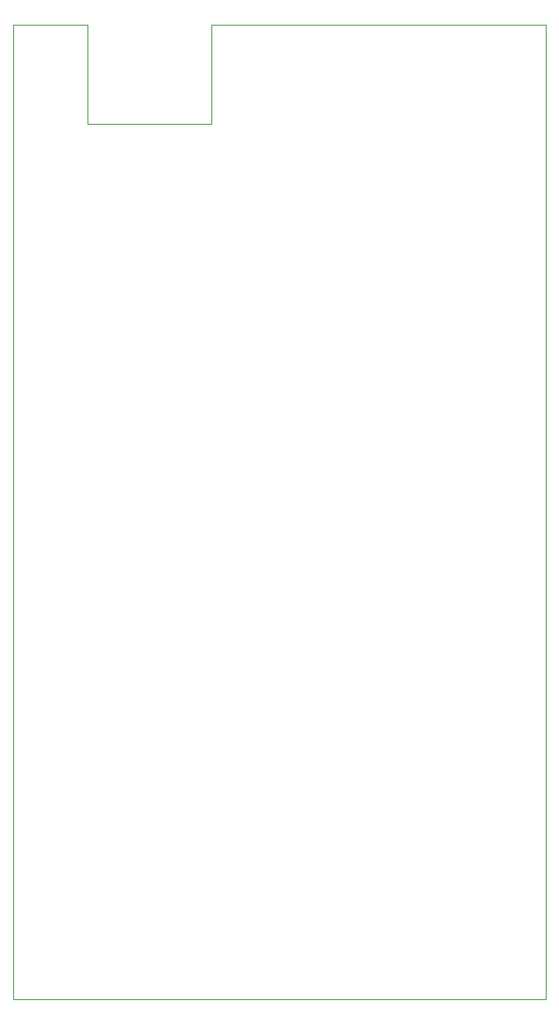
<source format=gbr>
%TF.GenerationSoftware,Altium Limited,Altium Designer,19.0.12 (326)*%
G04 Layer_Color=0*
%FSLAX26Y26*%
%MOIN*%
%TF.FileFunction,Profile,NP*%
%TF.Part,Single*%
G01*
G75*
%TA.AperFunction,Profile*%
%ADD136C,0.001000*%
D136*
X0Y15000D02*
Y3950000D01*
X300000D01*
Y3550000D01*
X800000D01*
Y3950000D01*
X2150000D01*
Y15000D01*
X0D01*
%TF.MD5,ad47606aa5caf55734951ef001262b8d*%
M02*

</source>
